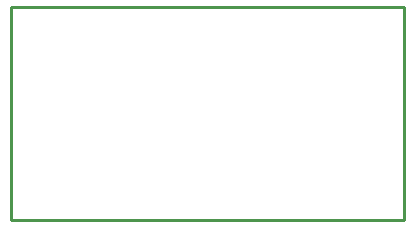
<source format=gm1>
%FSTAX25Y25*%
%MOIN*%
%SFA1B1*%

%IPPOS*%
%ADD28C,0.010000*%
%LNsuper_pro_mini_1-1*%
%LPD*%
G54D28*
X00975Y0171D02*
X02284D01*
X02285Y01*
X00975D02*
X02285D01*
X00975D02*
Y0171D01*
M02*
</source>
